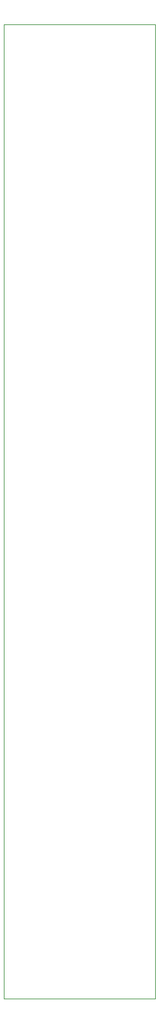
<source format=gm1>
G04 #@! TF.GenerationSoftware,KiCad,Pcbnew,7.0.7-7.0.7~ubuntu22.04.1*
G04 #@! TF.CreationDate,2023-09-25T23:33:28+02:00*
G04 #@! TF.ProjectId,Basic-ADSR,42617369-632d-4414-9453-522e6b696361,rev?*
G04 #@! TF.SameCoordinates,Original*
G04 #@! TF.FileFunction,Profile,NP*
%FSLAX46Y46*%
G04 Gerber Fmt 4.6, Leading zero omitted, Abs format (unit mm)*
G04 Created by KiCad (PCBNEW 7.0.7-7.0.7~ubuntu22.04.1) date 2023-09-25 23:33:28*
%MOMM*%
%LPD*%
G01*
G04 APERTURE LIST*
G04 #@! TA.AperFunction,Profile*
%ADD10C,0.050000*%
G04 #@! TD*
G04 APERTURE END LIST*
D10*
X109500000Y-153000000D02*
X89500000Y-153000000D01*
X89500000Y-24500000D02*
X89500000Y-153000000D01*
X109500000Y-24500000D02*
X109500000Y-153000000D01*
X89500000Y-24500000D02*
X109500000Y-24500000D01*
M02*

</source>
